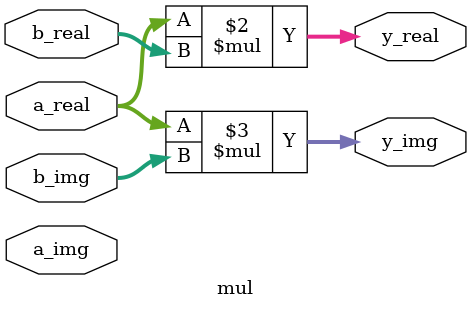
<source format=v>


module mul(
input wire [8:0] a_real,
input wire [8:0] a_img,
input wire [8:0] b_real,
input wire [8:0] b_img,
output reg [17:0] y_real,
output reg [17:0] y_img
);

always @* begin
y_real = a_real*b_real ;  //y_real = a_real*b_real - a_img*b_img;
y_img = a_real*b_img;  //y_img = a_real*b_img + a_img*b_real;
end

endmodule

</source>
